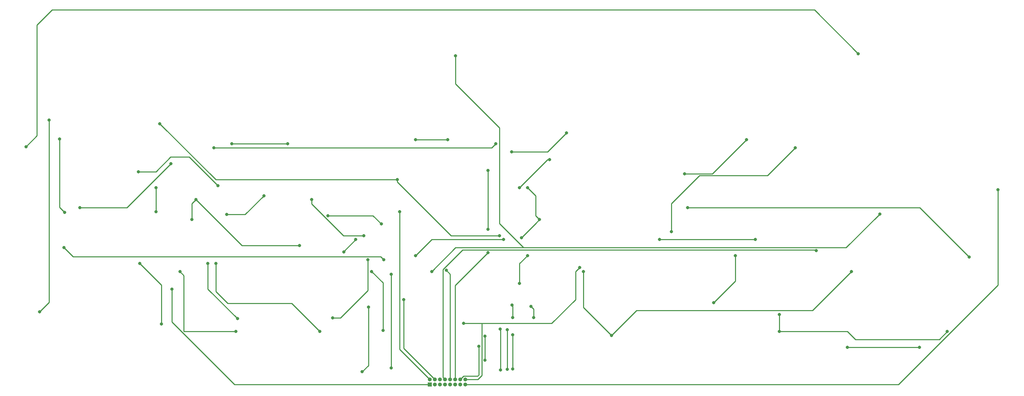
<source format=gtl>
G04 #@! TF.GenerationSoftware,KiCad,Pcbnew,(5.1.10)-1*
G04 #@! TF.CreationDate,2021-10-26T21:43:45-04:00*
G04 #@! TF.ProjectId,CoCo3SwitchBoard,436f436f-3353-4776-9974-6368426f6172,1.0*
G04 #@! TF.SameCoordinates,Original*
G04 #@! TF.FileFunction,Copper,L1,Top*
G04 #@! TF.FilePolarity,Positive*
%FSLAX46Y46*%
G04 Gerber Fmt 4.6, Leading zero omitted, Abs format (unit mm)*
G04 Created by KiCad (PCBNEW (5.1.10)-1) date 2021-10-26 21:43:45*
%MOMM*%
%LPD*%
G01*
G04 APERTURE LIST*
G04 #@! TA.AperFunction,ComponentPad*
%ADD10O,1.000000X1.000000*%
G04 #@! TD*
G04 #@! TA.AperFunction,ComponentPad*
%ADD11R,1.000000X1.000000*%
G04 #@! TD*
G04 #@! TA.AperFunction,ViaPad*
%ADD12C,0.800000*%
G04 #@! TD*
G04 #@! TA.AperFunction,Conductor*
%ADD13C,0.250000*%
G04 #@! TD*
G04 APERTURE END LIST*
D10*
X144449800Y-2030000D03*
X144449800Y-3300000D03*
X143179800Y-2030000D03*
X143179800Y-3300000D03*
X141909800Y-2030000D03*
X141909800Y-3300000D03*
X140639800Y-2030000D03*
X140639800Y-3300000D03*
X139369800Y-2030000D03*
X139369800Y-3300000D03*
X138099800Y-2030000D03*
X138099800Y-3300000D03*
X136829800Y-2030000D03*
X136829800Y-3300000D03*
X135559800Y-2030000D03*
D11*
X135559800Y-3300000D03*
D12*
X227000000Y56000000D03*
X196000000Y35000000D03*
X173000000Y26000000D03*
X144000000Y12000000D03*
X121000000Y25000000D03*
X119000000Y34000000D03*
X106000000Y43000000D03*
X42900000Y58200000D03*
X44200000Y39800000D03*
X123800000Y10300000D03*
X108000000Y10000000D03*
X82000000Y27000000D03*
X94000000Y44000000D03*
X84700000Y39300000D03*
X277700000Y45500000D03*
X258000000Y6000000D03*
X240000000Y6000000D03*
X240000000Y6000000D03*
X120000000Y28000000D03*
X87000000Y10000000D03*
X73000000Y25000000D03*
X111200004Y13400000D03*
X147800000Y6300000D03*
X117000000Y33000000D03*
X77000000Y43000000D03*
X80000000Y27000000D03*
X76000000Y38000000D03*
X155999982Y55000000D03*
X140000000Y58000004D03*
X132000000Y58000024D03*
X62600000Y50000000D03*
X82500000Y46500000D03*
X87400000Y13200000D03*
X102900000Y31500000D03*
X114000004Y29900000D03*
X169700000Y59699998D03*
X153200000Y400000D03*
X153100000Y10600000D03*
X200000000Y41000000D03*
X63000000Y27000000D03*
X67000000Y40000000D03*
X152000000Y57000000D03*
X158000000Y46000000D03*
X81500000Y55999990D03*
X66999992Y46000000D03*
X68400000Y11900000D03*
X165500001Y53000001D03*
X270499998Y28600000D03*
X150100000Y29700000D03*
X150100000Y35600000D03*
X150100000Y50300000D03*
X265000000Y10000000D03*
X223000000Y10000000D03*
X223000000Y14250000D03*
X40300000Y62900000D03*
X37900000Y14900000D03*
X154900000Y500000D03*
X154900000Y10400000D03*
X156300000Y13500000D03*
X156100000Y16600000D03*
X181000000Y9000000D03*
X174000000Y25000000D03*
X241000000Y25000000D03*
X154000000Y33000000D03*
X132000000Y29000000D03*
X44000000Y31000000D03*
X124000000Y28000000D03*
X139700000Y25300000D03*
X217000000Y33000000D03*
X193000000Y33000000D03*
X153000000Y34000000D03*
X68000000Y62000000D03*
X127440000Y48000000D03*
X156300000Y600000D03*
X156300000Y9200000D03*
X34500000Y56250000D03*
X242750000Y79500000D03*
X232200000Y30275000D03*
X212000000Y29000000D03*
X199250000Y49500000D03*
X214750000Y58000000D03*
X206600000Y17200000D03*
X149325010Y2788442D03*
X149325010Y8809926D03*
X118600000Y-100000D03*
X120200000Y16100000D03*
X160800000Y16300000D03*
X161500000Y13500000D03*
X136000000Y25000000D03*
X142000000Y79000000D03*
X248100006Y39400000D03*
X125900000Y900000D03*
X125900000Y24300000D03*
X48000000Y41000000D03*
X86000000Y57000000D03*
X100000000Y57000000D03*
X70750000Y52000000D03*
X129000000Y18000000D03*
X163000000Y38000000D03*
X160000000Y29000000D03*
X158000000Y22000000D03*
X160000000Y46000000D03*
X158499998Y33500000D03*
X128000000Y40000000D03*
X110000000Y39000000D03*
X123400000Y36900000D03*
X71000000Y20600000D03*
D13*
X227000000Y56000000D02*
X220000000Y49000000D01*
X220000000Y49000000D02*
X203000000Y49000000D01*
X203000000Y49000000D02*
X196000000Y42000000D01*
X196000000Y42000000D02*
X196000000Y35000000D01*
X173000000Y26000000D02*
X172000000Y25000000D01*
X172000000Y25000000D02*
X172000000Y18000000D01*
X172000000Y18000000D02*
X166000000Y12000000D01*
X106000000Y41926998D02*
X106000000Y43000000D01*
X113926998Y34000000D02*
X106000000Y41926998D01*
X119000000Y34000000D02*
X113926998Y34000000D01*
X42900000Y41100000D02*
X42900000Y58200000D01*
X44200000Y39800000D02*
X42900000Y41100000D01*
X121000000Y25000000D02*
X123800000Y22200000D01*
X123800000Y22200000D02*
X123800000Y10300000D01*
X148600000Y12000000D02*
X144000000Y12000000D01*
X166000000Y12000000D02*
X148600000Y12000000D01*
X148600000Y-1000000D02*
X148600000Y12000000D01*
X147570000Y-2030000D02*
X148600000Y-1000000D01*
X144449800Y-2030000D02*
X147570000Y-2030000D01*
X108000000Y10000000D02*
X101000000Y17000000D01*
X101000000Y17000000D02*
X85000000Y17000000D01*
X82000000Y20000000D02*
X82000000Y27000000D01*
X85000000Y17000000D02*
X82000000Y20000000D01*
X94000000Y44000000D02*
X89300000Y39300000D01*
X89300000Y39300000D02*
X84700000Y39300000D01*
X277700000Y21626998D02*
X277700000Y45500000D01*
X252773002Y-3300000D02*
X277700000Y21626998D01*
X144449800Y-3300000D02*
X252773002Y-3300000D01*
X258000000Y6000000D02*
X240000000Y6000000D01*
X87000000Y10000000D02*
X74000000Y10000000D01*
X74000000Y10000000D02*
X74000000Y24000000D01*
X74000000Y24000000D02*
X73000000Y25000000D01*
X120000000Y28000000D02*
X120000000Y20234315D01*
X120000000Y20234315D02*
X113165685Y13400000D01*
X113165685Y13400000D02*
X111200004Y13400000D01*
X144004801Y-1204999D02*
X147495001Y-1204999D01*
X143179800Y-2030000D02*
X144004801Y-1204999D01*
X147800000Y-900000D02*
X147800000Y6300000D01*
X147495001Y-1204999D02*
X147800000Y-900000D01*
X76000000Y42000000D02*
X77000000Y43000000D01*
X76000000Y38000000D02*
X76000000Y42000000D01*
X140000000Y58000004D02*
X132000020Y58000004D01*
X132000020Y58000004D02*
X132000000Y58000024D01*
X62600000Y50000000D02*
X67000000Y50000000D01*
X67000000Y50000000D02*
X70700000Y53700000D01*
X75300000Y53700000D02*
X82500000Y46500000D01*
X70700000Y53700000D02*
X75300000Y53700000D01*
X80000000Y20600000D02*
X87400000Y13200000D01*
X80000000Y27000000D02*
X80000000Y20600000D01*
X88500000Y31500000D02*
X102900000Y31500000D01*
X77000000Y43000000D02*
X88500000Y31500000D01*
X117000000Y33000000D02*
X114000004Y30000004D01*
X114000004Y30000004D02*
X114000004Y29900000D01*
X155999982Y55000000D02*
X165000002Y55000000D01*
X165000002Y55000000D02*
X169700000Y59699998D01*
X153200000Y10500000D02*
X153100000Y10600000D01*
X153200000Y400000D02*
X153200000Y10500000D01*
X152000000Y57000000D02*
X150999990Y55999990D01*
X150999990Y55999990D02*
X81500000Y55999990D01*
X67000000Y45999992D02*
X66999992Y46000000D01*
X67000000Y40000000D02*
X67000000Y45999992D01*
X68400000Y21600000D02*
X68400000Y11900000D01*
X63000000Y27000000D02*
X68400000Y21600000D01*
X158000000Y46000000D02*
X165000001Y53000001D01*
X165000001Y53000001D02*
X165500001Y53000001D01*
X200000000Y41000000D02*
X258099998Y41000000D01*
X258099998Y41000000D02*
X270499998Y28600000D01*
X141909800Y21509800D02*
X150100000Y29700000D01*
X141909800Y-2030000D02*
X141909800Y21509800D01*
X150100000Y35600000D02*
X150100000Y50300000D01*
X265000000Y10000000D02*
X263000000Y8000000D01*
X263000000Y8000000D02*
X242000000Y8000000D01*
X242000000Y8000000D02*
X240000000Y10000000D01*
X240000000Y10000000D02*
X223000000Y10000000D01*
X223000000Y14250000D02*
X223000000Y10000000D01*
X40300000Y62900000D02*
X40300000Y17300000D01*
X40300000Y17300000D02*
X37900000Y14900000D01*
X154900000Y500000D02*
X154900000Y10400000D01*
X156300000Y16400000D02*
X156100000Y16600000D01*
X156300000Y13500000D02*
X156300000Y16400000D01*
X174000000Y16000000D02*
X174000000Y25000000D01*
X181000000Y9000000D02*
X174000000Y16000000D01*
X154000000Y33000000D02*
X138000000Y33000000D01*
X136000000Y33000000D02*
X132000000Y29000000D01*
X138000000Y33000000D02*
X136000000Y33000000D01*
X123274999Y28725001D02*
X124000000Y28000000D01*
X46274999Y28725001D02*
X123274999Y28725001D01*
X44000000Y31000000D02*
X46274999Y28725001D01*
X231250000Y15250000D02*
X187250000Y15250000D01*
X187250000Y15250000D02*
X181000000Y9000000D01*
X241000000Y25000000D02*
X231250000Y15250000D01*
X140639800Y24360200D02*
X139700000Y25300000D01*
X140639800Y-2030000D02*
X140639800Y24360200D01*
X193000000Y33000000D02*
X217000000Y33000000D01*
X68000000Y62000000D02*
X82000000Y48000000D01*
X153000000Y34000000D02*
X140874315Y34000000D01*
X127440000Y47434315D02*
X127440000Y48000000D01*
X140874315Y34000000D02*
X127440000Y47434315D01*
X83900000Y48000000D02*
X127440000Y48000000D01*
X82000000Y48000000D02*
X83900000Y48000000D01*
X156300000Y600000D02*
X156300000Y9200000D01*
X34500000Y56250000D02*
X37250000Y59000000D01*
X37250000Y59000000D02*
X37250000Y86750000D01*
X37250000Y86750000D02*
X41000000Y90500000D01*
X231750000Y90500000D02*
X242750000Y79500000D01*
X41000000Y90500000D02*
X231750000Y90500000D01*
X232049999Y30425001D02*
X232200000Y30275000D01*
X143751999Y30425001D02*
X232049999Y30425001D01*
X138869801Y25542803D02*
X143751999Y30425001D01*
X138869801Y-1530001D02*
X138869801Y25542803D01*
X139369800Y-2030000D02*
X138869801Y-1530001D01*
X206250000Y49500000D02*
X214750000Y58000000D01*
X199250000Y49500000D02*
X206250000Y49500000D01*
X212000000Y22600000D02*
X206600000Y17200000D01*
X212000000Y29000000D02*
X212000000Y22600000D01*
X149325010Y8809926D02*
X149325010Y2788442D01*
X120200000Y1500000D02*
X120200000Y16100000D01*
X118600000Y-100000D02*
X120200000Y1500000D01*
X161500000Y15600000D02*
X161500000Y13500000D01*
X160800000Y16300000D02*
X161500000Y15600000D01*
X142000000Y31000000D02*
X136000000Y25000000D01*
X159000000Y31000000D02*
X142000000Y31000000D01*
X153000000Y37000000D02*
X159000000Y31000000D01*
X153000000Y61000000D02*
X153000000Y37000000D01*
X142000000Y72000000D02*
X153000000Y61000000D01*
X142000000Y79000000D02*
X142000000Y72000000D01*
X159000000Y31000000D02*
X239700006Y31000000D01*
X239700006Y31000000D02*
X247700007Y39000001D01*
X247700007Y39000001D02*
X248100006Y39400000D01*
X125900000Y900000D02*
X125900000Y24300000D01*
X86000000Y57000000D02*
X100000000Y57000000D01*
X59750000Y41000000D02*
X70750000Y52000000D01*
X48000000Y41000000D02*
X59750000Y41000000D01*
X129000000Y5800000D02*
X129000000Y18000000D01*
X136829800Y-2029800D02*
X129000000Y5800000D01*
X136829800Y-2030000D02*
X136829800Y-2029800D01*
X163000000Y38000000D02*
X162000000Y37000000D01*
X158000000Y27000000D02*
X158000000Y22000000D01*
X160000000Y29000000D02*
X158000000Y27000000D01*
X162000000Y44000000D02*
X160000000Y46000000D01*
X162000000Y37000000D02*
X158899997Y33899999D01*
X158899997Y33899999D02*
X158499998Y33500000D01*
X162000000Y39000000D02*
X163000000Y38000000D01*
X162000000Y44000000D02*
X162000000Y39000000D01*
X135559800Y-2030000D02*
X128000000Y5529800D01*
X128000000Y5529800D02*
X128000000Y40000000D01*
X121300000Y39000000D02*
X123400000Y36900000D01*
X118800000Y39000000D02*
X121300000Y39000000D01*
X110000000Y39000000D02*
X118800000Y39000000D01*
X71000000Y12363590D02*
X71000000Y20600000D01*
X86663590Y-3300000D02*
X71000000Y12363590D01*
X135559800Y-3300000D02*
X86663590Y-3300000D01*
M02*

</source>
